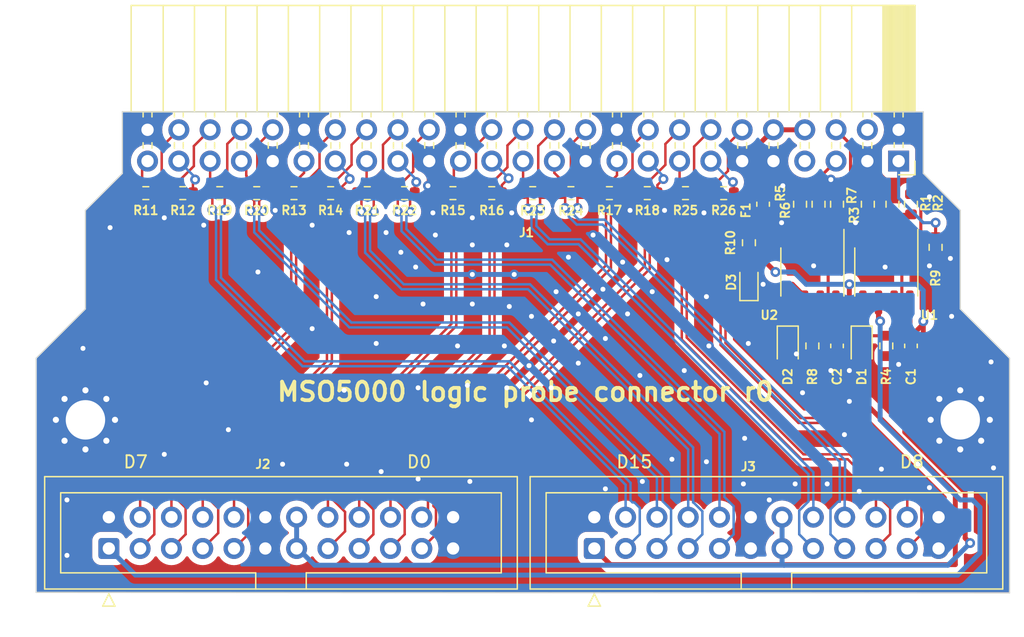
<source format=kicad_pcb>
(kicad_pcb (version 20221018) (generator pcbnew)
  (layers (0 "F.Cu" signal) (1 "In1.Cu" signal) (2 "In2.Cu" signal) (31 "B.Cu" signal) (34 "B.Paste" user) (35 "F.Paste" user) (36 "B.SilkS" user "B.Silkscreen") (37 "F.SilkS" user "F.Silkscreen") (38 "B.Mask" user) (39 "F.Mask" user) (44 "Edge.Cuts" user))
  (net 0 "")
  (net 1 "+4V")
  (net 2 "GND")
  (net 3 "Net-(D1-K)")
  (net 4 "Net-(D2-K)")
  (net 5 "Net-(D3-A)")
  (net 6 "Net-(J1-+4Vin)")
  (net 7 "Net-(J1-ProbeDet)")
  (net 9 "/Vref_8_15")
  (net 10 "/Vref_0_7")
  (net 12 "/D8_N")
  (net 13 "/D8_P")
  (net 14 "/D9_P")
  (net 15 "/D9_N")
  (net 16 "/D0_N")
  (net 17 "/D0_P")
  (net 18 "/D1_P")
  (net 19 "/D1_N")
  (net 20 "/D10_N")
  (net 21 "/D10_P")
  (net 22 "/D11_N")
  (net 23 "/D11_P")
  (net 24 "/D2_N")
  (net 25 "/D2_P")
  (net 26 "/D3_P")
  (net 27 "/D3_N")
  (net 28 "/D12_N")
  (net 29 "/D12_P")
  (net 30 "/D13_P")
  (net 31 "/D13_N")
  (net 32 "/D4_N")
  (net 33 "/D4_P")
  (net 34 "/D5_P")
  (net 35 "/D5_N")
  (net 36 "/D14_P")
  (net 37 "/D14_N")
  (net 38 "/D15_N")
  (net 39 "/D6_N")
  (net 40 "/D6_P")
  (net 41 "/D7_P")
  (net 42 "/D7_N")
  (net 43 "/Vref_0_7_out")
  (net 44 "/Vref_8_15_out")
  (net 45 "/D15_P")
  (net 46 "Net-(U1A--)")
  (net 47 "Net-(R2-Pad1)")
  (net 48 "Net-(U1A-+)")
  (net 49 "Net-(U2A-+)")
  (net 50 "Net-(U2A--)")
  (net 51 "Net-(R7-Pad1)")
  (footprint "Diode_SMD:D_SOD-323" (layer "F.Cu") (at 121 68 -90)
    (fp_text reference "D2")
    (fp_text value "3.3V 2%")
  )
  (footprint "Resistor_SMD:R_0603_1608Metric" (layer "F.Cu") (at 80.925 55.6)
    (fp_text reference "R13")
    (fp_text value "100R")
  )
  (footprint "LED_SMD:LED_0603_1608Metric" (layer "F.Cu") (at 117.85 62.8375 90)
    (fp_text reference "D3")
    (fp_text value "LED_GRN")
  )
  (footprint "Fuse:Fuse_0603_1608Metric" (layer "F.Cu") (at 119 56.5 -90)
    (fp_text reference "F1")
    (fp_text value "0.5A")
  )
  (footprint "Resistor_SMD:R_0603_1608Metric" (layer "F.Cu") (at 123 68 90)
    (fp_text reference "R8")
    (fp_text value "10K")
  )
  (footprint "Resistor_SMD:R_0603_1608Metric" (layer "F.Cu") (at 117.85 59.625 -90)
    (fp_text reference "R10")
    (fp_text value "1K")
  )
  (footprint "Resistor_SMD:R_0603_1608Metric" (layer "F.Cu") (at 123.5 56.5 90)
    (fp_text reference "R6")
    (fp_text value "1K")
  )
  (footprint "Resistor_SMD:R_0603_1608Metric" (layer "F.Cu") (at 83.9 55.6)
    (fp_text reference "R14")
    (fp_text value "100R")
  )
  (footprint "Capacitor_SMD:C_0603_1608Metric" (layer "F.Cu") (at 125 68 -90)
    (fp_text reference "C2")
    (fp_text value "0.1uF")
  )
  (footprint "Resistor_SMD:R_0603_1608Metric" (layer "F.Cu") (at 100.3 55.6 180)
    (fp_text reference "R23")
    (fp_text value "100R")
  )
  (footprint "Resistor_SMD:R_0603_1608Metric" (layer "F.Cu") (at 115.8 55.6)
    (fp_text reference "R26")
    (fp_text value "100R")
  )
  (footprint "Resistor_SMD:R_0603_1608Metric" (layer "F.Cu") (at 122 56.5 -90)
    (fp_text reference "R5")
    (fp_text value "10K")
  )
  (footprint "Resistor_SMD:R_0603_1608Metric" (layer "F.Cu") (at 96.975 55.6)
    (fp_text reference "R16")
    (fp_text value "100R")
  )
  (footprint "Connector_PinSocket_2.54mm:PinSocket_2x25_P2.54mm_Horizontal" (layer "F.Cu") (at 130 53 -90)
    (fp_text reference "J1")
    (fp_text value "MSO5000_LA")
  )
  (footprint "Resistor_SMD:R_0603_1608Metric" (layer "F.Cu") (at 77.9 55.6)
    (fp_text reference "R20")
    (fp_text value "100R")
  )
  (footprint "Resistor_SMD:R_0603_1608Metric" (layer "F.Cu") (at 68.9 55.6)
    (fp_text reference "R11")
    (fp_text value "100R")
  )
  (footprint "Resistor_SMD:R_0603_1608Metric" (layer "F.Cu") (at 109.6 55.6)
    (fp_text reference "R18")
    (fp_text value "100R")
  )
  (footprint "Resistor_SMD:R_0603_1608Metric" (layer "F.Cu") (at 129 68 90)
    (fp_text reference "R4")
    (fp_text value "10K")
  )
  (footprint "Resistor_SMD:R_0603_1608Metric" (layer "F.Cu") (at 112.7 55.6)
    (fp_text reference "R25")
    (fp_text value "100R")
  )
  (footprint "Resistor_SMD:R_0603_1608Metric" (layer "F.Cu") (at 129.5 56.5 90)
    (fp_text reference "R1")
    (fp_text value "1K")
  )
  (footprint "Resistor_SMD:R_0603_1608Metric" (layer "F.Cu") (at 71.9 55.6)
    (fp_text reference "R12")
    (fp_text value "100R")
  )
  (footprint "Resistor_SMD:R_0603_1608Metric" (layer "F.Cu") (at 106.525 55.6)
    (fp_text reference "R17")
    (fp_text value "100R")
  )
  (footprint "Resistor_SMD:R_0603_1608Metric" (layer "F.Cu") (at 74.9 55.6)
    (fp_text reference "R19")
    (fp_text value "100R")
  )
  (footprint "MountingHole:MountingHole_3.2mm_M3_Pad_Via" (layer "F.Cu") (at 64 74)
    (fp_text reference "H1" hide)
    (fp_text value "MountingHole_Pad")
  )
  (footprint "Resistor_SMD:R_0603_1608Metric" (layer "F.Cu") (at 125 56.5 -90)
    (fp_text reference "R7")
    (fp_text value "15K8")
  )
  (footprint "Resistor_SMD:R_0603_1608Metric" (layer "F.Cu") (at 93.825 55.6)
    (fp_text reference "R15")
    (fp_text value "100R")
  )
  (footprint "Resistor_SMD:R_0603_1608Metric" (layer "F.Cu") (at 86.875 55.6)
    (fp_text reference "R21")
    (fp_text value "100R")
  )
  (footprint "idc:IDC-Header_2x12_P2.54mm_Vertical" (layer "F.Cu") (at 105.3 84.44 90)
    (fp_text reference "J3")
    (fp_text value "IDC_HEADER_2x12")
  )
  (footprint "Package_SO:SOIC-8_3.9x4.9mm_P1.27mm" (layer "F.Cu") (at 129 62 -90)
    (fp_text reference "U1")
    (fp_text value "MCP6002-xMS")
  )
  (footprint "Resistor_SMD:R_0603_1608Metric" (layer "F.Cu") (at 133 60 90)
    (fp_text reference "R9")
    (fp_text value "10K")
  )
  (footprint "Diode_SMD:D_SOD-323" (layer "F.Cu") (at 127 68 -90)
    (fp_text reference "D1")
    (fp_text value "3.3V 2%")
  )
  (footprint "Package_SO:SOIC-8_3.9x4.9mm_P1.27mm" (layer "F.Cu") (at 123 62 -90)
    (fp_text reference "U2")
    (fp_text value "MCP6002-xMS")
  )
  (footprint "MountingHole:MountingHole_3.2mm_M3_Pad_Via" (layer "F.Cu") (at 135 74)
    (fp_text reference "H2" hide)
    (fp_text value "MountingHole_Pad" hide)
  )
  (footprint "Resistor_SMD:R_0603_1608Metric" (layer "F.Cu") (at 89.9 55.6)
    (fp_text reference "R22")
    (fp_text value "100R")
  )
  (footprint "Resistor_SMD:R_0603_1608Metric" (layer "F.Cu") (at 127.5 56.5 -90)
    (fp_text reference "R3")
    (fp_text value "10K")
  )
  (footprint "idc:IDC-Header_2x12_P2.54mm_Vertical" (layer "F.Cu") (at 65.9 84.44 90)
    (fp_text reference "J2")
    (fp_text value "IDC_HEADER_2x12")
  )
  (footprint "Resistor_SMD:R_0603_1608Metric" (layer "F.Cu") (at 103.4 55.6 180)
    (fp_text reference "R24")
    (fp_text value "100R")
  )
  (footprint "Capacitor_SMD:C_0603_1608Metric" (layer "F.Cu") (at 131 68 -90)
    (fp_text reference "C1")
    (fp_text value "0.1uF")
  )
  (footprint "Resistor_SMD:R_0603_1608Metric" (layer "F.Cu") (at 131 56.5 -90)
    (fp_text reference "R2")
    (fp_text value "15K8")
  )
  (gr_line (start 64 57) (end 64 65) (stroke (width 0.1)) (layer "Edge.Cuts"))
  (gr_line (start 135 57) (end 135 65) (stroke (width 0.1)) (layer "Edge.Cuts"))
  (gr_line (start 132 54) (end 135 57) (stroke (width 0.1)) (layer "Edge.Cuts"))
  (gr_line (start 139 88.05) (end 60 88) (stroke (width 0.1)) (layer "Edge.Cuts"))
  (gr_line (start 60 69) (end 60 88) (stroke (width 0.1)) (layer "Edge.Cuts"))
  (gr_line (start 64 65) (end 60 69) (stroke (width 0.1)) (layer "Edge.Cuts"))
  (gr_line (start 139 69) (end 135 65) (stroke (width 0.1)) (layer "Edge.Cuts"))
  (gr_line (start 67 54) (end 64 57) (stroke (width 0.1)) (layer "Edge.Cuts"))
  (gr_line (start 139 88.05) (end 139 69) (stroke (width 0.1)) (layer "Edge.Cuts"))
  (gr_line (start 67 49) (end 67 54) (stroke (width 0.1)) (layer "Edge.Cuts"))
  (gr_line (start 132 49) (end 132 54) (stroke (width 0.1)) (layer "Edge.Cuts"))
  (gr_line (start 132 49) (end 67 49) (stroke (width 0.1)) (layer "Edge.Cuts"))
  (gr_text "D7" (at 67 78) (layer "F.SilkS") (effects (font (size 1 1)) (justify left bottom)))
  (gr_text "MSO5000 logic probe connector r0" (at 79.4 72.6) (layer "F.SilkS") (effects (font (size 1.5 1.5) (thickness 0.3) bold) (justify left bottom)))
  (gr_text "D8" (at 130 78) (layer "F.SilkS") (effects (font (size 1 1)) (justify left bottom)))
  (gr_text "D15" (at 107 78) (layer "F.SilkS") (effects (font (size 1 1)) (justify left bottom)))
  (gr_text "D0" (at 90 78) (layer "F.SilkS") (effects (font (size 1 1)) (justify left bottom)))
  (segment (start 131 64.57) (end 130.905 64.475) (width 0.25) (layer "F.Cu") (net 1))
  (segment (start 126 66.225) (end 125 67.225) (width 0.4) (layer "F.Cu") (net 1))
  (segment (start 119 57.65) (end 117.85 58.8) (width 0.4) (layer "F.Cu") (net 1))
  (segment (start 135.4 83.6) (end 135.4 79.9) (width 0.4) (layer "F.Cu") (net 1))
  (segment (start 125 67.225) (end 125 64.57) (width 0.25) (layer "F.Cu") (net 1))
  (segment (start 132 70.5) (end 132 66) (width 0.4) (layer "F.Cu") (net 1))
  (segment (start 130.5 75) (end 130.5 72) (width 0.4) (layer "F.Cu") (net 1))
  (segment (start 125 64.57) (end 124.905 64.475) (width 0.25) (layer "F.Cu") (net 1))
  (segment (start 131 67.225) (end 131 64.57) (width 0.25) (layer "F.Cu") (net 1))
  (segment (start 132 66) (end 132 66.225) (width 0.4) (layer "F.Cu") (net 1))
  (segment (start 126 63) (end 126 66.225) (width 0.4) (layer "F.Cu") (net 1))
  (segment (start 119 57.2875) (end 119 57.65) (width 0.4) (layer "F.Cu") (net 1))
  (segment (start 130.5 72) (end 132 70.5) (width 0.4) (layer "F.Cu") (net 1))
  (segment (start 119 57.2875) (end 119 61) (width 0.4) (layer "F.Cu") (net 1))
  (segment (start 132 66.225) (end 131 67.225) (width 0.4) (layer "F.Cu") (net 1))
  (segment (start 135.4 79.9) (end 130.5 75) (width 0.4) (layer "F.Cu") (net 1))
  (segment (start 135.8 84) (end 135.4 83.6) (width 0.4) (layer "F.Cu") (net 1))
  (segment (start 119 61) (end 120 62) (width 0.4) (layer "F.Cu") (net 1))
  (via (at 126 63) (size 0.8) (drill 0.4) (layers "F.Cu" "B.Cu") (net 1))
  (via (at 120 62) (size 0.8) (drill 0.4) (layers "F.Cu" "B.Cu") (net 1))
  (via (at 135.8 84) (size 0.8) (drill 0.4) (layers "F.Cu" "B.Cu") (net 1))
  (via (at 132 66) (size 0.8) (drill 0.4) (layers "F.Cu" "B.Cu") (net 1))
  (segment (start 120.7 85.8) (end 82.6 85.8) (width 0.4) (layer "B.Cu") (net 1))
  (segment (start 126 63) (end 122.5 63) (width 0.4) (layer "B.Cu") (net 1))
  (segment (start 131.5 63) (end 132 63.5) (width 0.4) (layer "B.Cu") (net 1))
  (segment (start 122.5 63) (end 121.5 62) (width 0.4) (layer "B.Cu") (net 1))
  (segment (start 120.54 85.64) (end 120.7 85.8) (width 0.4) (layer "B.Cu") (net 1))
  (segment (start 81.14 84.34) (end 81.14 81.9) (width 0.4) (layer "B.Cu") (net 1))
  (segment (start 82.6 85.8) (end 81.14 84.34) (width 0.4) (layer "B.Cu") (net 1))
  (segment (start 132 63.5) (end 132 66) (width 0.4) (layer "B.Cu") (net 1))
  (segment (start 121.5 62) (end 120 62) (width 0.4) (layer "B.Cu") (net 1))
  (segment (start 120.54 81.9) (end 120.54 85.64) (width 0.4) (layer "B.Cu") (net 1))
  (segment (start 126 63) (end 131.5 63) (width 0.4) (layer "B.Cu") (net 1))
  (segment (start 135.8 84) (end 134 85.8) (width 0.4) (layer "B.Cu") (net 1))
  (segment (start 134 85.8) (end 120.7 85.8) (width 0.4) (layer "B.Cu") (net 1))
  (segment (start 125 68.775) (end 125 69.5) (width 0.25) (layer "F.Cu") (net 2))
  (segment (start 127.095 59.525) (end 127.095 58.595) (width 0.25) (layer "F.Cu") (net 2))
  (segment (start 133 60.825) (end 133 61) (width 0.25) (layer "F.Cu") (net 2))
  (segment (start 94.44 50.46) (end 91.9 53) (width 0.4) (layer "F.Cu") (net 2))
  (segment (start 121.7 68.65) (end 121.3 69.05) (width 0.25) (layer "F.Cu") (net 2))
  (segment (start 121.3 69.05) (end 121 69.05) (width 0.25) (layer "F.Cu") (net 2))
  (segment (start 91.9 53) (end 91.9 54.9) (width 0.4) (layer "F.Cu") (net 2))
  (segment (start 127 69.05) (end 126.95 69.05) (width 0.25) (layer "F.Cu") (net 2))
  (segment (start 118.375 63.625) (end 119 63) (width 0.25) (layer "F.Cu") (net 2))
  (segment (start 118 84.8) (end 118.26 84.54) (width 0.4) (layer "F.Cu") (net 2))
  (segment (start 123.5 55.5) (end 124.5 54.5) (width 0.25) (layer "F.Cu") (net 2))
  (segment (start 81.74 50.46) (end 79.2 53) (width 0.4) (layer "F.Cu") (net 2))
  (segment (start 91.9 54.9) (end 91.8 55) (width 0.4) (layer "F.Cu") (net 2))
  (segment (start 129.5 55.04) (end 127.46 53) (width 0.25) (layer "F.Cu") (net 2))
  (segment (start 126.95 69.05) (end 126 70) (width 0.25) (layer "F.Cu") (net 2))
  (segment (start 131 68.775) (end 130.725 68.775) (width 0.25) (layer "F.Cu") (net 2))
  (segment (start 107.14 50.46) (end 104.6 53) (width 0.4) (layer "F.Cu") (net 2))
  (segment (start 78.6 84.44) (end 78.6 81.9) (width 0.25) (layer "F.Cu") (net 2))
  (segment (start 133 61) (end 132.5 61.5) (width 0.25) (layer "F.Cu") (net 2))
  (segment (start 127.095 58.595) (end 126.5 58) (width 0.25) (layer "F.Cu") (net 2))
  (segment (start 123.5 55.675) (end 123.5 55.5) (width 0.25) (layer "F.Cu") (net 2))
  (segment (start 93.84 84.44) (end 93.84 81.9) (width 0.25) (layer "F.Cu") (net 2))
  (segment (start 117.85 63.625) (end 118.375 63.625) (width 0.25) (layer "F.Cu") (net 2))
  (segment (start 121.095 58.595) (end 120.5 58) (width 0.25) (layer "F.Cu") (net 2))
  (segment (start 125 69.5) (end 124.5 70) (width 0.25) (layer "F.Cu") (net 2))
  (segment (start 121.095 59.525) (end 121.095 58.595) (width 0.25) (layer "F.Cu") (net 2))
  (segment (start 129.5 55.675) (end 129.5 55.04) (width 0.25) (layer "F.Cu") (net 2))
  (segment (start 130.725 68.775) (end 130 69.5) (width 0.25) (layer "F.Cu") (net 2))
  (via (at 98.4 64.8) (size 0.8) (drill 0.4) (layers "F.Cu" "B.Cu") (net 2))
  (via (at 109.2 79) (size 0.8) (drill 0.4) (layers "F.Cu" "B.Cu") (net 2))
  (via (at 112.6 70) (size 0.8) (drill 0.4) (layers "F.Cu" "B.Cu") (net 2))
  (via (at 117.4 79.2) (size 0.8) (drill 0.4) (layers "F.Cu" "B.Cu") (net 2))
  (via (at 73.6 58.2) (size 0.8) (drill 0.4) (layers "F.Cu" "B.Cu") (net 2))
  (via (at 78 62) (size 0.8) (drill 0.4) (layers "F.Cu" "B.Cu") (net 2))
  (via (at 88.4 58.8) (size 0.8) (drill 0.4) (layers "F.Cu" "B.Cu") (net 2))
  (via (at 137.5 69.3) (size 0.8) (drill 0.4) (layers "F.Cu" "B.Cu") (net 2))
  (via (at 121.7 68.65) (size 0.8) (drill 0.4) (layers "F.Cu" "B.Cu") (net 2))
  (via (at 106.2 79.6) (size 0.8) (drill 0.4) (layers "F.Cu" "B.Cu") (net 2))
  (via (at 117.8 67.8) (size 0.8) (drill 0.4) (layers "F.Cu" "B.Cu") (net 2))
  (via (at 121.6 79.2) (size 0.8) (drill 0.4) (layers "F.Cu" "B.Cu") (net 2))
  (via (at 124.2 79.2) (size 0.8) (drill 0.4) (layers "F.Cu" "B.Cu") (net 2))
  (via (at 92.2 57.2) (size 0.8) (drill 0.4) (layers "F.Cu" "B.Cu") (net 2))
  (via (at 120.5 58) (size 0.8) (drill 0.4) (layers "F.Cu" "B.Cu") (net 2))
  (via (at 95.4 64.6) (size 0.8) (drill 0.4) (layers "F.Cu" "B.Cu") (net 2))
  (via (at 108 65.4) (size 0.8) (drill 0.4) (layers "F.Cu" "B.Cu") (net 2))
  (via (at 130 69.5) (size 0.8) (drill 0.4) (layers "F.Cu" "B.Cu") (net 2))
  (via (at 114.2 57.2) (size 0.8) (drill 0.4) (layers "F.Cu" "B.Cu") (net 2))
  (via (at 88 78.2) (size 0.8) (drill 0.4) (layers "F.Cu" "B.Cu") (net 2))
  (via (at 117.5 75.5) (size 0.8) (drill 0.4) (layers "F.Cu" "B.Cu") (net 2))
  (via (at 120.6 55) (size 0.8) (drill 0.4) (layers "F.Cu" "B.Cu") (net 2))
  (via (at 98 68) (size 0.8) (drill 0.4) (layers "F.Cu" "B.Cu") (net 2))
  (via (at 90.8 61.6) (size 0.8) (drill 0.4) (layers "F.Cu" "B.Cu") (net 2))
  (via (at 126.8 79.8) (size 0.8) (drill 0.4) (layers "F.Cu" "B.Cu") (net 2))
  (via (at 85.2 77.6) (size 0.8) (drill 0.4) (layers "F.Cu" "B.Cu") (net 2))
  (via (at 100 69.6) (size 0.8) (drill 0.4) (layers "F.Cu" "B.Cu") (net 2))
  (via (at 79.4 57) (size 0.8) (drill 0.4) (layers "F.Cu" "B.Cu") (net 2))
  (via (at 105.2 59) (size 0.8) (drill 0.4) (layers "F.Cu" "B.Cu") (net 2))
  (via (at 91 78.8) (size 0.8) (drill 0.4) (layers "F.Cu" "B.Cu") (net 2))
  (via (at 111 57) (size 0.8) (drill 0.4) (layers "F.Cu" "B.Cu") (net 2))
  (via (at 89.6 60.4) (size 0.8) (drill 0.4) (layers "F.Cu" "B.Cu") (net 2))
  (via (at 124.5 70) (size 0.8) (drill 0.4) (layers "F.Cu" "B.Cu") (net 2))
  (via (at 98.2 59.8) (size 0.8) (drill 0.4) (layers "F.Cu" "B.Cu") (net 2))
  (via (at 108.2 57) (size 0.8) (drill 0.4) (layers "F.Cu" "B.Cu") (net 2))
  (via (at 126 72.5) (size 0.8) (drill 0.4) (layers "F.Cu" "B.Cu") (net 2))
  (via (at 137.7 77.9) (size 0.8) (drill 0.4) (layers "F.Cu" "B.Cu") (net 2))
  (via (at 82.4 58.2) (size 0.8) (drill 0.4) (layers "F.Cu" "B.Cu") (net 2))
  (via (at 100.2 65.6) (size 0.8) (drill 0.4) (layers "F.Cu" "B.Cu") (net 2))
  (via (at 102 67.6) (size 0.8) (drill 0.4) (layers "F.Cu" "B.Cu") (net 2))
  (via (at 134.2 60.9) (size 0.8) (drill 0.4) (layers "F.Cu" "B.Cu") (net 2))
  (via (at 126 70) (size 0.8) (drill 0.4) (layers "F.Cu" "B.Cu") (net 2))
  (via (at 101.8 71.4) (size 0.8) (drill 0.4) (layers "F.Cu" "B.Cu") (net 2))
  (via (at 132.5 79.5) (size 0.8) (drill 0.4) (layers "F.Cu" "B.Cu") (net 2))
  (via (at 85.4 58.8) (size 0.8) (drill 0.4) (layers "F.Cu" "B.Cu") (net 2))
  (via (at 85 71.6) (size 0.8) (drill 0.4) (layers "F.Cu" "B.Cu") (net 2))
  (via (at 103.2 60.8) (size 0.8) (drill 0.4) (layers "F.Cu" "B.Cu") (net 2))
  (via (at 123.1 61.5) (size 0.8) (drill 0.4) (layers "F.Cu" "B.Cu") (net 2))
  (via (at 98.2 71.4) (size 0.8) (drill 0.4) (layers "F.Cu" "B.Cu") (net 2))
  (via (at 87.6 67.8) (size 0.8) (drill 0.4) (layers "F.Cu" "B.Cu") (net 2))
  (via (at 104 65.4) (size 0.8) (drill 0.4) (layers "F.Cu" "B.Cu") (net 2))
  (via (at 98.8 62.2) (size 0.8) (drill 0.4) (layers "F.Cu" "B.Cu") (net 2))
  (via (at 92.4 59) (size 0.8) (drill 0.4) (layers "F.Cu" "B.Cu") (net 2))
  (via (at 80 77.6) (size 0.8) (drill 0.4) (layers "F.Cu" "B.Cu") (net 2))
  (via (at 66 58.4) (size 0.8) (drill 0.4) (layers "F.Cu" "B.Cu") (net 2))
  (via (at 100.2 74) (size 0.8) (drill 0.4) (layers "F.Cu" "B.Cu") (net 2))
  (via (at 91.8 55) (size 0.8) (drill 0.4) (layers "F.Cu" "B.Cu") (net 2))
  (via (at 63.8 68.2) (size 0.8) (drill 0.4) (layers "F.Cu" "B.Cu") (net 2))
  (via (at 114.4 64) (size 0.8) (drill 0.4) (layers "F.Cu" "B.Cu") (net 2))
  (via (at 106 63.4) (size 0.8) (drill 0.4) (layers "F.Cu" "B.Cu") (net 2))
  (via (at 102.2 63.6) (size 0.8) (drill 0.4) (layers "F.Cu" "B.Cu") (net 2))
  (via (at 82.4 66.6) (size 0.8) (drill 0.4) (layers "F.Cu" "B.Cu") (net 2))
  (via (at 73.8 71) (size 0.8) (drill 0.4) (layers "F.Cu" "B.Cu") (net 2))
  (via (at 128.6 78) (size 0.8) (drill 0.4) (layers "F.Cu" "B.Cu") (net 2))
  (via (at 95.2 79) (size 0.8) (drill 0.4) (layers "F.Cu" "B.Cu") (net 2))
  (via (at 111.2 61) (size 0.8) (drill 0.4) (layers "F.Cu" "B.Cu") (net 2))
  (via (at 104 69.4) (size 0.8) (drill 0.4) (layers "F.Cu" "B.Cu") (net 2))
  (via (at 91 71.4) (size 0.8) (drill 0.4) (layers "F.Cu" "B.Cu") (net 2))
  (via (at 132.5 61.5) (size 0.8) (drill 0.4) (layers "F.Cu" "B.Cu") (net 2))
  (via (at 91.4 64.6) (size 0.8) (drill 0.4) (layers "F.Cu" "B.Cu") (net 2))
  (via (at 126.5 58) (size 0.8) (drill 0.4) (layers "F.Cu" "B.Cu") (net 2))
  (via (at 110 63.6) (size 0.8) (drill 0.4) (layers "F.Cu" "B.Cu") (net 2))
  (via (at 107.6 61.2) (size 0.8) (drill 0.4) (layers "F.Cu" "B.Cu") (net 2))
  (via (at 119 63) (size 0.8) (drill 0.4) (layers "F.Cu" "B.Cu") (net 2))
  (via (at 132.5 55.9) (size 0.8) (drill 0.4) (layers "F.Cu" "B.Cu") (net 2))
  (via (at 134.3 65.6) (size 0.8) (drill 0.4) (layers "F.Cu" "B.Cu") (net 2))
  (via (at 114.4 77.4) (size 0.8) (drill 0.4) (layers "F.Cu" "B.Cu") (net 2))
  (via (at 124.5 54.5) (size 0.8) (drill 0.4) (layers "F.Cu" "B.Cu") (net 2))
  (via (at 109 70.4) (size 0.8) (drill 0.4) (layers "F.Cu" "B.Cu") (net 2))
  (via (at 98.6 57.2) (size 0.8) (drill 0.4) (layers "F.Cu" "B.Cu") (net 2))
  (via (at 94.2 68) (size 0.8) (drill 0.4) (layers "F.Cu" "B.Cu") (net 2))
  (via (at 62.5 85) (size 0.8) (drill 0.4) (layers "F.Cu" "B.Cu") (net 2))
  (via (at 70.4 57.6) (size 0.8) (drill 0.4) (layers "F.Cu" "B.Cu") (net 2))
  (via (at 114.6 68) (size 0.8) (drill 0.4) (layers "F.Cu" "B.Cu") (net 2))
  (via (at 70.4 76.8) (size 0.8) (drill 0.4) (layers "F.Cu" "B.Cu") (net 2))
  (via (at 111.6 77.2) (size 0.8) (drill 0.4) (layers "F.Cu" "B.Cu") (net 2))
  (via (at 125.6 75.2) (size 0.8) (drill 0.4) (layers "F.Cu" "B.Cu") (net 2))
  (via (at 128.9 61.6) (size 0.8) (drill 0.4) (layers "F.Cu" "B.Cu") (net 2))
  (via (at 95.4 57.6) (size 0.8) (drill 0.4) (layers "F.Cu" "B.Cu") (net 2))
  (via (at 119.5 80.5) (size 0.8) (drill 0.4) (layers "F.Cu" "B.Cu") (net 2))
  (via (at 95.4 62.2) (size 0.8) (drill 0.4) (layers "F.Cu" "B.Cu") (net 2))
  (via (at 87.6 64) (size 0.8) (drill 0.4) (layers "F.Cu" "B.Cu") (net 2))
  (via (at 75.6 74.8) (size 0.8) (drill 0.4) (layers "F.Cu" "B.Cu") (net 2))
  (via (at 95 71.2) (size 0.8) (drill 0.4) (layers "F.Cu" "B.Cu") (net 2))
  (via (at 62.5 80.5) (size 0.8) (drill 0.4) (layers "F.Cu" "B.Cu") (net 2))
  (via (at 122.2 71.8) (size 0.8) (drill 0.4) (layers "F.Cu" "B.Cu") (net 2))
  (via (at 106.2 67.4) (size 0.8) (drill 0.4) (layers "F.Cu" "B.Cu") (net 2))
  (via (at 95.4 59.8) (size 0.8) (drill 0.4) (layers "F.Cu" "B.Cu") (net 2))
  (segment (start 79.2 56.8) (end 79.4 57) (width 0.4) (layer "B.Cu") (net 2))
  (segment (start 79.2 53) (end 79.2 56.8) (width 0.4) (layer "B.Cu") (net 2))
  (segment (start 127.095 66.855) (end 127 66.95) (width 0.25) (layer "F.Cu") (net 3))
  (segment (start 127.095 64.475) (end 127.095 66.855) (width 0.25) (layer "F.Cu") (net 3))
  (segment (start 127.225 67.175) (end 127 66.95) (width 0.25) (layer "F.Cu") (net 3))
  (segment (start 129 67.175) (end 127.225 67.175) (width 0.25) (layer "F.Cu") (net 3))
  (segment (start 121.095 66.855) (end 121 66.95) (width 0.25) (layer "F.Cu") (net 4))
  (segment (start 123 67.175) (end 121.225 67.175) (width 0.25) (layer "F.Cu") (net 4))
  (segment (start 121.095 64.475) (end 121.095 66.855) (width 0.25) (layer "F.Cu") (net 4))
  (segment (start 121.225 67.175) (end 121 66.95) (width 0.25) (layer "F.Cu") (net 4))
  (segment (start 117.85 60.45) (end 117.85 62.05) (width 0.25) (layer "F.Cu") (net 5))
  (segment (start 122.38 50.46) (end 119.84 50.46) (width 0.4) (layer "F.Cu") (net 6))
  (segment (start 118.59 51.71) (end 118.59 55.3025) (width 0.4) (layer "F.Cu") (net 6))
  (segment (start 118.59 55.3025) (end 119 55.7125) (width 0.4) (layer "F.Cu") (net 6))
  (segment (start 119.84 50.46) (end 118.59 51.71) (width 0.4) (layer "F.Cu") (net 6))
  (segment (start 133 58) (end 133 59.175) (width 0.25) (layer "F.Cu") (net 7))
  (via (at 133 58) (size 0.8) (drill 0.4) (layers "F.Cu" "B.Cu") (net 7))
  (segment (start 130 53) (end 130 56) (width 0.25) (layer "B.Cu") (net 7))
  (segment (start 130 56) (end 132 58) (width 0.25) (layer "B.Cu") (net 7))
  (segment (start 132 58) (end 133 58) (width 0.25) (layer "B.Cu") (net 7))
  (segment (start 122 55.675) (end 122.245 55.675) (width 0.25) (layer "F.Cu") (net 9))
  (segment (start 122.245 55.675) (end 124.92 53) (width 0.25) (layer "F.Cu") (net 9))
  (segment (start 126.095 54.27) (end 126.095 51.635) (width 0.25) (layer "F.Cu") (net 10))
  (segment (start 126.095 51.635) (end 124.92 50.46) (width 0.25) (layer "F.Cu") (net 10))
  (segment (start 127.5 55.675) (end 126.095 54.27) (width 0.25) (layer "F.Cu") (net 10))
  (segment (start 129.8 79.55) (end 129.8 78.182844) (width 0.2) (layer "F.Cu") (net 12))
  (segment (start 121.867156 74.25) (end 115.55 67.932844) (width 0.2) (layer "F.Cu") (net 12))
  (segment (start 115.55 67.932844) (end 115.55 56.175) (width 0.2) (layer "F.Cu") (net 12))
  (segment (start 114.975 54.975) (end 116.15 53.8) (width 0.2) (layer "F.Cu") (net 12))
  (segment (start 125.867156 74.25) (end 121.867156 74.25) (width 0.2) (layer "F.Cu") (net 12))
  (segment (start 130.7 80.45) (end 129.8 79.55) (width 0.2) (layer "F.Cu") (net 12))
  (segment (start 114.975 55.6) (end 114.975 54.975) (width 0.2) (layer "F.Cu") (net 12))
  (segment (start 130.7 81.9) (end 130.7 80.45) (width 0.2) (layer "F.Cu") (net 12))
  (segment (start 116.15 51.61) (end 117.3 50.46) (width 0.2) (layer "F.Cu") (net 12))
  (segment (start 115.55 56.175) (end 114.975 55.6) (width 0.2) (layer "F.Cu") (net 12))
  (segment (start 129.8 78.182844) (end 125.867156 74.25) (width 0.2) (layer "F.Cu") (net 12))
  (segment (start 116.15 53.8) (end 116.15 51.61) (width 0.2) (layer "F.Cu") (net 12))
  (segment (start 130.7 84.44) (end 131.85 83.29) (width 0.2) (layer "F.Cu") (net 13))
  (segment (start 130.2 78.017156) (end 126.032844 73.85) (width 0.2) (layer "F.Cu") (net 13))
  (segment (start 116.625 54.775) (end 116.55 54.7) (width 0.2) (layer "F.Cu") (net 13))
  (segment (start 115.95 56.275) (end 116.625 55.6) (width 0.2) (layer "F.Cu") (net 13))
  (segment (start 122.032844 73.85) (end 115.95 67.767156) (width 0.2) (layer "F.Cu") (net 13))
  (segment (start 126.032844 73.85) (end 122.032844 73.85) (width 0.2) (layer "F.Cu") (net 13))
  (segment (start 131.85 83.29) (end 131.85 81) (width 0.2) (layer "F.Cu") (net 13))
  (segment (start 116.625 55.6) (end 116.625 54.775) (width 0.2) (layer "F.Cu") (net 13))
  (segment (start 115.95 67.767156) (end 115.95 56.275) (width 0.2) (layer "F.Cu") (net 13))
  (segment (start 130.2 79.35) (end 130.2 78.017156) (width 0.2) (layer "F.Cu") (net 13))
  (segment (start 131.85 81) (end 130.2 79.35) (width 0.2) (layer "F.Cu") (net 13))
  (via (at 116.55 54.7) (size 0.8) (drill 0.4) (layers "F.Cu" "B.Cu") (net 13))
  (segment (start 116.55 54.7) (end 116.46 54.7) (width 0.2) (layer "B.Cu") (net 13))
  (segment (start 116.46 54.7) (end 114.76 53) (width 0.2) (layer "B.Cu") (net 13))
  (segment (start 126.032844 76.8) (end 122.282844 76.8) (width 0.2) (layer "F.Cu") (net 14))
  (segment (start 113.4 55.475) (end 113.4 51.82) (width 0.2) (layer "F.Cu") (net 14))
  (segment (start 128.16 84.44) (end 129.31 83.29) (width 0.2) (layer "F.Cu") (net 14))
  (segment (start 129.31 83.29) (end 129.31 81.16) (width 0.2) (layer "F.Cu") (net 14))
  (segment (start 112.8 67.317156) (end 112.8 56.4) (width 0.2) (layer "F.Cu") (net 14))
  (segment (start 112.8 56.4) (end 113.525 55.675) (width 0.2) (layer "F.Cu") (net 14))
  (segment (start 122.282844 76.8) (end 112.8 67.317156) (width 0.2) (layer "F.Cu") (net 14))
  (segment (start 113.525 55.6) (end 113.4 55.475) (width 0.2) (layer "F.Cu") (net 14))
  (segment (start 128.56 79.327156) (end 126.032844 76.8) (width 0.2) (layer "F.Cu") (net 14))
  (segment (start 113.4 51.82) (end 114.76 50.46) (width 0.2) (layer "F.Cu") (net 14))
  (segment (start 128.56 80.41) (end 128.56 79.327156) (width 0.2) (layer "F.Cu") (net 14))
  (segment (start 129.31 81.16) (end 128.56 80.41) (width 0.2) (layer "F.Cu") (net 14))
  (segment (start 113.525 55.675) (end 113.525 55.6) (width 0.2) (layer "F.Cu") (net 14))
  (segment (start 122.117156 77.2) (end 112.4 67.482844) (width 0.2) (layer "F.Cu") (net 15))
  (segment (start 128.16 79.56) (end 128.15 79.55) (width 0.2) (layer "F.Cu") (net 15))
  (segment (start 128.15 79.55) (end 128.15 79.482844) (width 0.2) (layer "F.Cu") (net 15))
  (segment (start 112.4 67.482844) (end 112.4 56.4) (width 0.2) (layer "F.Cu") (net 15))
  (segment (start 128.16 81.9) (end 128.16 79.56) (width 0.2) (layer "F.Cu") (net 15))
  (segment (start 125.867156 77.2) (end 122.117156 77.2) (width 0.2) (layer "F.Cu") (net 15))
  (segment (start 128.15 79.482844) (end 125.867156 77.2) (width 0.2) (layer "F.Cu") (net 15))
  (segment (start 112.4 56.4) (end 111.875 55.875) (width 0.2) (layer "F.Cu") (net 15))
  (segment (start 111.875 55.875) (end 111.875 55.6) (width 0.2) (layer "F.Cu") (net 15))
  (segment (start 111.875 55.6) (end 112.22 55.255) (width 0.2) (layer "F.Cu") (net 15))
  (segment (start 112.22 55.255) (end 112.22 53) (width 0.2) (layer "F.Cu") (net 15))
  (segment (start 109.4 61.5) (end 109.4 56.225) (width 0.2) (layer "F.Cu") (net 16))
  (segment (start 91.3 81.9) (end 91.8 81.4) (width 0.2) (layer "F.Cu") (net 16))
  (segment (start 91.8 81.4) (end 91.8 79.1) (width 0.2) (layer "F.Cu") (net 16))
  (segment (start 91.8 79.1) (end 109.4 61.5) (width 0.2) (layer "F.Cu") (net 16))
  (segment (start 108.775 55.6) (end 111.07 53.305) (width 0.2) (layer "F.Cu") (net 16))
  (segment (start 111.07 53.305) (end 111.07 51.61) (width 0.2) (layer "F.Cu") (net 16))
  (segment (start 109.4 56.225) (end 108.775 55.6) (width 0.2) (layer "F.Cu") (net 16))
  (segment (start 111.07 51.61) (end 112.22 50.46) (width 0.2) (layer "F.Cu") (net 16))
  (segment (start 91.3 84.44) (end 92.45 83.29) (width 0.2) (layer "F.Cu") (net 17))
  (segment (start 92.45 83.29) (end 92.45 81.2) (width 0.2) (layer "F.Cu") (net 17))
  (segment (start 92.45 81.2) (end 92.25 81) (width 0.2) (layer "F.Cu") (net 17))
  (segment (start 109.8 61.75) (end 109.8 56.225) (width 0.2) (layer "F.Cu") (net 17))
  (segment (start 109.8 56.225) (end 110.425 55.6) (width 0.2) (layer "F.Cu") (net 17))
  (segment (start 92.25 79.3) (end 109.8 61.75) (width 0.2) (layer "F.Cu") (net 17))
  (segment (start 110.425 54.939244) (end 110.907122 54.457122) (width 0.2) (layer "F.Cu") (net 17))
  (segment (start 110.425 55.6) (end 110.425 54.939244) (width 0.2) (layer "F.Cu") (net 17))
  (segment (start 92.25 81) (end 92.25 79.3) (width 0.2) (layer "F.Cu") (net 17))
  (via (at 110.907122 54.457122) (size 0.8) (drill 0.4) (layers "F.Cu" "B.Cu") (net 17))
  (segment (start 110.907122 54.227122) (end 109.68 53) (width 0.2) (layer "B.Cu") (net 17))
  (segment (start 110.907122 54.457122) (end 110.907122 54.227122) (width 0.2) (layer "B.Cu") (net 17))
  (segment (start 107.35 54.7) (end 108.4 53.65) (width 0.2) (layer "F.Cu") (net 18))
  (segment (start 89.35 80.6) (end 89.35 79) (width 0.2) (layer "F.Cu") (net 18))
  (segment (start 89.91 83.29) (end 89.91 81.16) (width 0.2) (layer "F.Cu") (net 18))
  (segment (start 106.680945 56.269055) (end 107.35 55.6) (width 0.2) (layer "F.Cu") (net 18))
  (segment (start 106.65 61.7) (end 106.65 56.269055) (width 0.2) (layer "F.Cu") (net 18))
  (segment (start 107.35 55.6) (end 107.35 54.7) (width 0.2) (layer "F.Cu") (net 18))
  (segment (start 108.4 51.74) (end 109.68 50.46) (width 0.2) (layer "F.Cu") (net 18))
  (segment (start 89.91 81.16) (end 89.35 80.6) (width 0.2) (layer "F.Cu") (net 18))
  (segment (start 89.35 79) (end 106.65 61.7) (width 0.2) (layer "F.Cu") (net 18))
  (segment (start 88.76 84.44) (end 89.91 83.29) (width 0.2) (layer "F.Cu") (net 18))
  (segment (start 108.4 53.65) (end 108.4 51.74) (width 0.2) (layer "F.Cu") (net 18))
  (segment (start 106.65 56.269055) (end 106.680945 56.269055) (width 0.2) (layer "F.Cu") (net 18))
  (segment (start 106.25 61.46) (end 106.25 56.15) (width 0.2) (layer "F.Cu") (net 19))
  (segment (start 88.76 81.9) (end 88.76 78.95) (width 0.2) (layer "F.Cu") (net 19))
  (segment (start 106.25 56.15) (end 105.7 55.6) (width 0.2) (layer "F.Cu") (net 19))
  (segment (start 88.76 78.95) (end 106.25 61.46) (width 0.2) (layer "F.Cu") (net 19))
  (segment (start 107.14 54.16) (end 107.14 53) (width 0.2) (layer "F.Cu") (net 19))
  (segment (start 105.7 55.6) (end 107.14 54.16) (width 0.2) (layer "F.Cu") (net 19))
  (segment (start 103.4 54.55) (end 103.4 51.66) (width 0.2) (layer "F.Cu") (net 20))
  (segment (start 103.934437 55.890563) (end 104.225 55.6) (width 0.2) (layer "F.Cu") (net 20))
  (segment (start 104.225 55.375) (end 103.4 54.55) (width 0.2) (layer "F.Cu") (net 20))
  (segment (start 103.4 51.66) (end 104.6 50.46) (width 0.2) (layer "F.Cu") (net 20))
  (segment (start 104.225 55.6) (end 104.225 55.375) (width 0.2) (layer "F.Cu") (net 20))
  (segment (start 103.934437 56.803028) (end 103.934437 55.890563) (width 0.2) (layer "F.Cu") (net 20))
  (via (at 103.934437 56.803028) (size 0.8) (drill 0.4) (layers "F.Cu" "B.Cu") (net 20))
  (segment (start 104.032844 57.75) (end 103.634437 57.351593) (width 0.2) (layer "B.Cu") (net 20))
  (segment (start 125.65 77.267156) (end 106.132844 57.75) (width 0.2) (layer "B.Cu") (net 20))
  (segment (start 103.634437 57.103028) (end 103.934437 56.803028) (width 0.2) (layer "B.Cu") (net 20))
  (segment (start 125.65 78.6) (end 125.65 77.267156) (width 0.2) (layer "B.Cu") (net 20))
  (segment (start 106.132844 57.75) (end 104.032844 57.75) (width 0.2) (layer "B.Cu") (net 20))
  (segment (start 103.634437 57.351593) (end 103.634437 57.103028) (width 0.2) (layer "B.Cu") (net 20))
  (segment (start 125.62 81.9) (end 125.62 78.63) (width 0.2) (layer "B.Cu") (net 20))
  (segment (start 125.62 78.63) (end 125.65 78.6) (width 0.2) (layer "B.Cu") (net 20))
  (segment (start 102.934437 56.803028) (end 102.934437 55.959437) (width 0.2) (layer "F.Cu") (net 21))
  (segment (start 102.934437 55.959437) (end 102.575 55.6) (width 0.2) (layer "F.Cu") (net 21))
  (segment (start 102.575 54.475) (end 102.06 53.96) (width 0.2) (layer "F.Cu") (net 21))
  (segment (start 102.575 55.6) (end 102.575 54.475) (width 0.2) (layer "F.Cu") (net 21))
  (segment (start 102.06 53.96) (end 102.06 53) (width 0.2) (layer "F.Cu") (net 21))
  (via (at 102.934437 56.803028) (size 0.8) (drill 0.4) (layers "F.Cu" "B.Cu") (net 21))
  (segment (start 124.47 81.25) (end 125.07 80.65) (width 0.2) (layer "B.Cu") (net 21))
  (segment (start 124.47 83.29) (end 124.47 81.25) (width 0.2) (layer "B.Cu") (net 21))
  (segment (start 125.07 80.65) (end 125.22 80.65) (width 0.2) (layer "B.Cu") (net 21))
  (segment (start 103.234437 57.517281) (end 103.234437 57.103028) (width 0.2) (layer "B.Cu") (net 21))
  (segment (start 125.62 84.44) (end 124.47 83.29) (width 0.2) (layer "B.Cu") (net 21))
  (segment (start 125.22 80.65) (end 125.22 77.402844) (width 0.2) (layer "B.Cu") (net 21))
  (segment (start 103.234437 57.103028) (end 102.934437 56.803028) (width 0.2) (layer "B.Cu") (net 21))
  (segment (start 103.867156 58.15) (end 103.234437 57.517281) (width 0.2) (layer "B.Cu") (net 21))
  (segment (start 125.22 77.402844) (end 105.967156 58.15) (width 0.2) (layer "B.Cu") (net 21))
  (segment (start 105.967156 58.15) (end 103.867156 58.15) (width 0.2) (layer "B.Cu") (net 21))
  (segment (start 101.1 55.6) (end 100.75 55.25) (width 0.2) (layer "F.Cu") (net 22))
  (segment (start 100.75 51.77) (end 102.06 50.46) (width 0.2) (layer "F.Cu") (net 22))
  (segment (start 100.75 55.25) (end 100.75 51.77) (width 0.2) (layer "F.Cu") (net 22))
  (segment (start 101.125 55.6) (end 101.1 55.6) (width 0.2) (layer "F.Cu") (net 22))
  (segment (start 100.9 55.825) (end 101.125 55.6) (width 0.2) (layer "F.Cu") (net 22))
  (segment (start 100.9 56.85) (end 100.9 55.825) (width 0.2) (layer "F.Cu") (net 22))
  (via (at 100.9 56.85) (size 0.8) (drill 0.4) (layers "F.Cu" "B.Cu") (net 22))
  (segment (start 104.182844 59.35) (end 101.682844 59.35) (width 0.2) (layer "B.Cu") (net 22))
  (segment (start 100.6 58.267156) (end 100.6 57.15) (width 0.2) (layer "B.Cu") (net 22))
  (segment (start 100.6 57.15) (end 100.9 56.85) (width 0.2) (layer "B.Cu") (net 22))
  (segment (start 123.08 78.247156) (end 104.182844 59.35) (width 0.2) (layer "B.Cu") (net 22))
  (segment (start 101.682844 59.35) (end 100.6 58.267156) (width 0.2) (layer "B.Cu") (net 22))
  (segment (start 123.08 81.9) (end 123.08 78.247156) (width 0.2) (layer "B.Cu") (net 22))
  (segment (start 99.475 55.6) (end 99.52 55.555) (width 0.2) (layer "F.Cu") (net 23))
  (segment (start 99.9 56.85) (end 99.9 56.025) (width 0.2) (layer "F.Cu") (net 23))
  (segment (start 99.9 56.025) (end 99.475 55.6) (width 0.2) (layer "F.Cu") (net 23))
  (segment (start 99.52 55.555) (end 99.52 53) (width 0.2) (layer "F.Cu") (net 23))
  (via (at 99.9 56.85) (size 0.8) (drill 0.4) (layers "F.Cu" "B.Cu") (net 23))
  (segment (start 100.2 58.432844) (end 100.2 57.15) (width 0.2) (layer "B.Cu") (net 23))
  (segment (start 101.517156 59.75) (end 100.2 58.432844) (width 0.2) (layer "B.Cu") (net 23))
  (segment (start 123.08 84.44) (end 121.93 83.29) (width 0.2) (layer "B.Cu") (net 23))
  (segment (start 104.017156 59.75) (end 101.517156 59.75) (width 0.2) (layer "B.Cu") (net 23))
  (segment (start 100.2 57.15) (end 99.9 56.85) (width 0.2) (layer "B.Cu") (net 23))
  (segment (start 121.93 83.29) (end 121.93 81.37) (width 0.2) (layer "B.Cu") (net 23))
  (segment (start 122.68 80.62) (end 122.68 78.412844) (width 0.2) (layer "B.Cu") (net 23))
  (segment (start 122.68 78.412844) (end 104.017156 59.75) (width 0.2) (layer "B.Cu") (net 23))
  (segment (start 121.93 81.37) (end 122.68 80.62) (width 0.2) (layer "B.Cu") (net 23))
  (segment (start 86.22 77.997156) (end 96.8 67.417156) (width 0.2) (layer "F.Cu") (net 24))
  (segment (start 96.8 56.25) (end 96.15 55.6) (width 0.2) (layer "F.Cu") (net 24))
  (segment (start 86.22 81.9) (end 86.22 77.997156) (width 0.2) (layer "F.Cu") (net 24))
  (segment (start 96.8 67.417156) (end 96.8 56.25) (width 0.2) (layer "F.Cu") (net 24))
  (segment (start 98.25 53.5) (end 98.25 51.73) (width 0.2) (layer "F.Cu") (net 24))
  (segment (start 98.25 51.73) (end 99.52 50.46) (width 0.2) (layer "F.Cu") (net 24))
  (segment (start 96.15 55.6) (end 98.25 53.5) (width 0.2) (layer "F.Cu") (net 24))
  (segment (start 86.22 84.44) (end 87.37 83.29) (width 0.2) (layer "F.Cu") (net 25))
  (segment (start 87.37 81.27) (end 86.7 80.6) (width 0.2) (layer "F.Cu") (net 25))
  (segment (start 97.2 56.2) (end 97.8 55.6) (width 0.2) (layer "F.Cu") (net 25))
  (segment (start 87.37 83.29) (end 87.37 81.27) (width 0.2) (layer "F.Cu") (net 25))
  (segment (start 86.7 80.6) (end 86.7 78.082844) (width 0.2) (layer "F.Cu") (net 25))
  (segment (start 97.2 67.582844) (end 97.2 56.2) (width 0.2) (layer "F.Cu") (net 25))
  (segment (start 86.7 78.082844) (end 97.2 67.582844) (width 0.2) (layer "F.Cu") (net 25))
  (segment (start 97.8 54.939244) (end 98.344622 54.394622) (width 0.2) (layer "F.Cu") (net 25))
  (segment (start 97.8 55.6) (end 97.8 54.939244) (width 0.2) (layer "F.Cu") (net 25))
  (via (at 98.344622 54.394622) (size 0.8) (drill 0.4) (layers "F.Cu" "B.Cu") (net 25))
  (segment (start 98.344622 54.394622) (end 98.344622 54.364622) (width 0.2) (layer "B.Cu") (net 25))
  (segment (start 98.344622 54.364622) (end 96.98 53) (width 0.2) (layer "B.Cu") (net 25))
  (segment (start 95.7 51.74) (end 96.98 50.46) (width 0.2) (layer "F.Cu") (net 26))
  (segment (start 84.1 76.382844) (end 94.1 66.382844) (width 0.2) (layer "F.Cu") (net 26))
  (segment (start 95.7 53.8) (end 95.7 51.74) (width 0.2) (layer "F.Cu") (net 26))
  (segment (start 85.07 83.05) (end 85.07 81.47) (width 0.2) (layer "F.Cu") (net 26))
  (segment (start 83.68 84.44) (end 85.07 83.05) (width 0.2) (layer "F.Cu") (net 26))
  (segment (start 94.65 55.6) (end 94.65 54.85) (width 0.2) (layer "F.Cu") (net 26))
  (segment (start 94.1 56.15) (end 94.65 55.6) (width 0.2) (layer "F.Cu") (net 26))
  (segment (start 85.07 81.47) (end 84.1 80.5) (width 0.2) (layer "F.Cu") (net 26))
  (segment (start 94.65 54.85) (end 95.7 53.8) (width 0.2) (layer "F.Cu") (net 26))
  (segment (start 94.1 66.382844) (end 94.1 56.15) (width 0.2) (layer "F.Cu") (net 26))
  (segment (start 84.1 80.5) (end 84.1 76.382844) (width 0.2) (layer "F.Cu") (net 26))
  (segment (start 93.9 53.54) (end 94.44 53) (width 0.2) (layer "F.Cu") (net 27))
  (segment (start 83.68 81.9) (end 83.68 76.237156) (width 0.2) (layer "F.Cu") (net 27))
  (segment (start 93.9 54.7) (end 93.9 53.54) (width 0.2) (layer "F.Cu") (net 27))
  (segment (start 93 55.6) (end 93.9 54.7) (width 0.2) (layer "F.Cu") (net 27))
  (segment (start 93.7 56.3) (end 93 55.6) (width 0.2) (layer "F.Cu") (net 27))
  (segment (start 83.68 76.237156) (end 93.7 66.217156) (width 0.2) (layer "F.Cu") (net 27))
  (segment (start 93.7 66.217156) (end 93.7 56.3) (width 0.2) (layer "F.Cu") (net 27))
  (segment (start 90.6 51.76) (end 91.9 50.46) (width 0.2) (layer "F.Cu") (net 28))
  (segment (start 89.35 55.875) (end 89.075 55.6) (width 0.2) (layer "F.Cu") (net 28))
  (segment (start 90.6 53.85) (end 90.6 51.76) (width 0.2) (layer "F.Cu") (net 28))
  (segment (start 89.35 57.1) (end 89.35 55.875) (width 0.2) (layer "F.Cu") (net 28))
  (segment (start 89.075 55.375) (end 90.6 53.85) (width 0.2) (layer "F.Cu") (net 28))
  (segment (start 89.075 55.6) (end 89.075 55.375) (width 0.2) (layer "F.Cu") (net 28))
  (via (at 89.35 57.1) (size 0.8) (drill 0.4) (layers "F.Cu" "B.Cu") (net 28))
  (segment (start 89.65 57.4) (end 89.35 57.1) (width 0.2) (layer "B.Cu") (net 28))
  (segment (start 115.46 81.9) (end 115.46 75.142844) (width 0.2) (layer "B.Cu") (net 28))
  (segment (start 89.65 58.682844) (end 89.65 57.4) (width 0.2) (layer "B.Cu") (net 28))
  (segment (start 101.717156 61.4) (end 92.367156 61.4) (width 0.2) (layer "B.Cu") (net 28))
  (segment (start 115.46 75.142844) (end 101.717156 61.4) (width 0.2) (layer "B.Cu") (net 28))
  (segment (start 92.367156 61.4) (end 89.65 58.682844) (width 0.2) (layer "B.Cu") (net 28))
  (segment (start 90.35 55.975) (end 90.725 55.6) (width 0.2) (layer "F.Cu") (net 29))
  (segment (start 90.35 57.1) (end 90.35 55.975) (width 0.2) (layer "F.Cu") (net 29))
  (segment (start 90.725 55.6) (end 90.725 54.820909) (width 0.2) (layer "F.Cu") (net 29))
  (segment (start 90.725 54.820909) (end 90.846891 54.699018) (width 0.2) (layer "F.Cu") (net 29))
  (via (at 90.35 57.1) (size 0.8) (drill 0.4) (layers "F.Cu" "B.Cu") (net 29))
  (via (at 90.846891 54.699018) (size 0.8) (drill 0.4) (layers "F.Cu" "B.Cu") (net 29))
  (segment (start 92.532844 61) (end 90.05 58.517156) (width 0.2) (layer "B.Cu") (net 29))
  (segment (start 115.46 84.44) (end 116.61 83.29) (width 0.2) (layer "B.Cu") (net 29))
  (segment (start 90.846891 54.699018) (end 90.846891 54.486891) (width 0.2) (layer "B.Cu") (net 29))
  (segment (start 90.846891 54.486891) (end 89.36 53) (width 0.2) (layer "B.Cu") (net 29))
  (segment (start 116.61 83.29) (end 116.61 81.01) (width 0.2) (layer "B.Cu") (net 29))
  (segment (start 101.882844 61) (end 92.532844 61) (width 0.2) (layer "B.Cu") (net 29))
  (segment (start 115.86 80.26) (end 115.86 74.977156) (width 0.2) (layer "B.Cu") (net 29))
  (segment (start 115.86 74.977156) (end 101.882844 61) (width 0.2) (layer "B.Cu") (net 29))
  (segment (start 116.61 81.01) (end 115.86 80.26) (width 0.2) (layer "B.Cu") (net 29))
  (segment (start 90.05 57.4) (end 90.35 57.1) (width 0.2) (layer "B.Cu") (net 29))
  (segment (start 90.05 58.517156) (end 90.05 57.4) (width 0.2) (layer "B.Cu") (net 29))
  (segment (start 87.4 57.1) (end 87.4 55.9) (width 0.2) (layer "F.Cu") (net 30))
  (segment (start 87.45 54.4) (end 88.15 53.7) (width 0.2) (layer "F.Cu") (net 30))
  (segment (start 87.45 55.35) (end 87.45 54.4) (width 0.2) (layer "F.Cu") (net 30))
  (segment (start 87.4 55.9) (end 87.7 55.6) (width 0.2) (layer "F.Cu") (net 30))
  (segment (start 88.15 53.7) (end 88.15 51.67) (width 0.2) (layer "F.Cu") (net 30))
  (segment (start 88.15 51.67) (end 89.36 50.46) (width 0.2) (layer "F.Cu") (net 30))
  (segment (start 87.7 55.6) (end 87.45 55.35) (width 0.2) (layer "F.Cu") (net 30))
  (via (at 87.4 57.1) (size 0.8) (drill 0.4) (layers "F.Cu" "B.Cu") (net 30))
  (segment (start 87.1 60.267156) (end 87.1 57.4) (width 0.2) (layer "B.Cu") (net 30))
  (segment (start 113.346346 80.7) (end 113.32 80.7) (width 0.2) (layer "B.Cu") (net 30))
  (segment (start 113.32 80.7) (end 113.32 76.237156) (width 0.2) (layer "B.Cu") (net 30))
  (segment (start 114.07 81.423654) (end 113.346346 80.7) (width 0.2) (layer "B.Cu") (net 30))
  (segment (start 100.082844 63) (end 89.832844 63) (width 0.2) (layer "B.Cu") (net 30))
  (segment (start 87.1 57.4) (end 87.4 57.1) (width 0.2) (layer "B.Cu") (net 30))
  (segment (start 112.92 84.44) (end 114.07 83.29) (width 0.2) (layer "B.Cu") (net 30))
  (segment (start 89.832844 63) (end 87.1 60.267156) (width 0.2) (layer "B.Cu") (net 30))
  (segment (start 114.07 83.29) (end 114.07 81.423654) (width 0.2) (layer "B.Cu") (net 30))
  (segment (start 113.32 76.237156) (end 100.082844 63) (width 0.2) (layer "B.Cu") (net 30))
  (segment (start 86.4 57.1) (end 86.4 55.95) (width 0.2) (layer "F.Cu") (net 31))
  (segment (start 86.82 54.83) (end 86.82 53) (width 0.2) (layer "F.Cu") (net 31))
  (segment (start 86.05 55.6) (end 86.82 54.83) (width 0.2) (layer "F.Cu") (net 31))
  (segment (start 86.4 55.95) (end 86.05 55.6) (width 0.2) (layer "F.Cu") (net 31))
  (via (at 86.4 57.1) (size 0.8) (drill 0.4) (layers "F.Cu" "B.Cu") (net 31))
  (segment (start 112.92 76.402844) (end 99.917156 63.4) (width 0.2) (layer "B.Cu") (net 31))
  (segment (start 86.7 57.4) (end 86.4 57.1) (width 0.2) (layer "B.Cu") (net 31))
  (segment (start 112.92 81.9) (end 112.92 76.402844) (width 0.2) (layer "B.Cu") (net 31))
  (segment (start 86.7 60.432844) (end 86.7 57.4) (width 0.2) (layer "B.Cu") (net 31))
  (segment (start 89.667156 63.4) (end 86.7 60.432844) (width 0.2) (layer "B.Cu") (net 31))
  (segment (start 99.917156 63.4) (end 89.667156 63.4) (width 0.2) (layer "B.Cu") (net 31))
  (segment (start 83.6 56.125) (end 83.075 55.6) (width 0.2) (layer "F.Cu") (net 32))
  (segment (start 76.1 76.717156) (end 83.6 69.217156) (width 0.2) (layer "F.Cu") (net 32))
  (segment (start 83.075 55.6) (end 83.306346 55.6) (width 0.2) (layer "F.Cu") (net 32))
  (segment (start 83.306346 55.6) (end 85.6 53.306346) (width 0.2) (layer "F.Cu") (net 32))
  (segment (start 83.6 69.217156) (end 83.6 56.125) (width 0.2) (layer "F.Cu") (net 32))
  (segment (start 76.06 81.9) (end 76.06 78.44) (width 0.2) (layer "F.Cu") (net 32))
  (segment (start 76.1 78.4) (end 76.1 76.717156) (width 0.2) (layer "F.Cu") (net 32))
  (segment (start 85.6 51.68) (end 86.82 50.46) (width 0.2) (layer "F.Cu") (net 32))
  (segment (start 76.06 78.44) (end 76.1 78.4) (width 0.2) (layer "F.Cu") (net 32))
  (segment (start 85.6 53.306346) (end 85.6 51.68) (width 0.2) (layer "F.Cu") (net 32))
  (segment (start 76.06 84.44) (end 77.21 83.29) (width 0.2) (layer "F.Cu") (net 33))
  (segment (start 84 69.382844) (end 84 56.325) (width 0.2) (layer "F.Cu") (net 33))
  (segment (start 76.5 76.882844) (end 84 69.382844) (width 0.2) (layer "F.Cu") (net 33))
  (segment (start 76.5 80.2) (end 76.5 76.882844) (width 0.2) (layer "F.Cu") (net 33))
  (segment (start 84.725 55.17059) (end 85.447795 54.447795) (width 0.2) (layer "F.Cu") (net 33))
  (segment (start 77.21 80.91) (end 76.5 80.2) (width 0.2) (layer "F.Cu") (net 33))
  (segment (start 77.21 83.29) (end 77.21 80.91) (width 0.2) (layer "F.Cu") (net 33))
  (segment (start 84.725 55.6) (end 84.725 55.17059) (width 0.2) (layer "F.Cu") (net 33))
  (segment (start 84 56.325) (end 84.725 55.6) (width 0.2) (layer "F.Cu") (net 33))
  (via (at 85.447795 54.447795) (size 0.8) (drill 0.4) (layers "F.Cu" "B.Cu") (net 33))
  (segment (start 85.447795 54.447795) (end 85.447795 54.167795) (width 0.2) (layer "B.Cu") (net 33))
  (segment (start 85.447795 54.167795) (end 84.28 53) (width 0.2) (layer "B.Cu") (net 33))
  (segment (start 81.75 54.85) (end 83 53.6) (width 0.2) (layer "F.Cu") (net 34))
  (segment (start 81.1 66.682844) (end 81.1 56.25) (width 0.2) (layer "F.Cu") (net 34))
  (segment (start 73.52 84.44) (end 74.775 83.185) (width 0.2) (layer "F.Cu") (net 34))
  (segment (start 74.775 83.185) (end 74.775 81.175) (width 0.2) (layer "F.Cu") (net 34))
  (segment (start 74.775 81.175) (end 74 80.4) (width 0.2) (layer "F.Cu") (net 34))
  (segment (start 74 73.782844) (end 81.1 66.682844) (width 0.2) (layer "F.Cu") (net 34))
  (segment (start 81.1 56.25) (end 81.75 55.6) (width 0.2) (layer "F.Cu") (net 34))
  (segment (start 74 80.4) (end 74 73.782844) (width 0.2) (layer "F.Cu") (net 34))
  (segment (start 81.75 55.6) (end 81.75 54.85) (width 0.2) (layer "F.Cu") (net 34))
  (segment (start 83 53.6) (end 83 51.74) (width 0.2) (layer "F.Cu") (net 34))
  (segment (start 83 51.74) (end 84.28 50.46) (width 0.2) (layer "F.Cu") (net 34))
  (segment (start 80.7 56.2) (end 80.1 55.6) (width 0.2) (layer "F.Cu") (net 35))
  (segment (start 80.7 66.517156) (end 80.7 56.2) (width 0.2) (layer "F.Cu") (net 35))
  (segment (start 73.52 81.9) (end 73.52 73.697156) (width 0.2) (layer "F.Cu") (net 35))
  (segment (start 81.74 53.96) (end 81.74 53) (width 0.2) (layer "F.Cu") (net 35))
  (segment (start 80.1 55.6) (end 81.74 53.96) (width 0.2) (layer "F.Cu") (net 35))
  (segment (start 73.52 73.697156) (end 80.7 66.517156) (width 0.2) (layer "F.Cu") (net 35))
  (segment (start 78.4 57.05) (end 78.1 56.75) (width 0.2) (layer "F.Cu") (net 36))
  (segment (start 78.7 55.6) (end 77.95 54.85) (width 0.2) (layer "F.Cu") (net 36))
  (segment (start 77.95 54.85) (end 77.95 51.71) (width 0.2) (layer "F.Cu") (net 36))
  (segment (start 78.1 56.75) (end 78.1 56.225) (width 0.2) (layer "F.Cu") (net 36))
  (segment (start 77.95 51.71) (end 79.2 50.46) (width 0.2) (layer "F.Cu") (net 36))
  (segment (start 78.1 56.225) (end 78.725 55.6) (width 0.2) (layer "F.Cu") (net 36))
  (segment (start 78.725 55.6) (end 78.7 55.6) (width 0.2) (layer "F.Cu") (net 36))
  (via (at 78.4 57.05) (size 0.8) (drill 0.4) (layers "F.Cu" "B.Cu") (net 36))
  (segment (start 111.53 81.28) (end 110.85 80.6) (width 0.2) (layer "B.Cu") (net 36))
  (segment (start 110.38 84.44) (end 111.53 83.29) (width 0.2) (layer "B.Cu") (net 36))
  (segment (start 78.1 57.35) (end 78.4 57.05) (width 0.2) (layer "B.Cu") (net 36))
  (segment (start 85.582844 66.1) (end 78.1 58.617156) (width 0.2) (layer "B.Cu") (net 36))
  (segment (start 78.1 58.617156) (end 78.1 57.35) (width 0.2) (layer "B.Cu") (net 36))
  (segment (start 110.85 80.6) (end 110.85 78.55) (width 0.2) (layer "B.Cu") (net 36))
  (segment (start 111.53 83.29) (end 111.53 81.28) (width 0.2) (layer "B.Cu") (net 36))
  (segment (start 98.4 66.1) (end 85.582844 66.1) (width 0.2) (layer "B.Cu") (net 36))
  (segment (start 110.85 78.55) (end 98.4 66.1) (width 0.2) (layer "B.Cu") (net 36))
  (segment (start 77.7 56.225) (end 77.075 55.6) (width 0.2) (layer "F.Cu") (net 37))
  (segment (start 77.075 54.175) (end 77.05 54.15) (width 0.2) (layer "F.Cu") (net 37))
  (segment (start 77.05 54.15) (end 77.05 53.39) (width 0.2) (layer "F.Cu") (net 37))
  (segment (start 77.4 57.05) (end 77.7 56.75) (width 0.2) (layer "F.Cu") (net 37))
  (segment (start 77.075 55.6) (end 77.075 54.175) (width 0.2) (layer "F.Cu") (net 37))
  (segment (start 77.05 53.39) (end 76.66 53) (width 0.2) (layer "F.Cu") (net 37))
  (segment (start 77.7 56.75) (end 77.7 56.225) (width 0.2) (layer "F.Cu") (net 37))
  (via (at 77.4 57.05) (size 0.8) (drill 0.4) (layers "F.Cu" "B.Cu") (net 37))
  (segment (start 77.7 57.35) (end 77.4 57.05) (width 0.2) (layer "B.Cu") (net 37))
  (segment (start 110.38 78.68) (end 98.2 66.5) (width 0.2) (layer "B.Cu") (net 37))
  (segment (start 77.7 58.782844) (end 77.7 57.35) (width 0.2) (layer "B.Cu") (net 37))
  (segment (start 110.38 81.9) (end 110.38 78.68) (width 0.2) (layer "B.Cu") (net 37))
  (segment (start 85.417156 66.5) (end 77.7 58.782844) (width 0.2) (layer "B.Cu") (net 37))
  (segment (start 98.2 66.5) (end 85.417156 66.5) (width 0.2) (layer "B.Cu") (net 37))
  (segment (start 74.3 56.95) (end 74.3 55.825) (width 0.2) (layer "F.Cu") (net 38))
  (segment (start 74.12 55.555) (end 74.12 53) (width 0.2) (layer "F.Cu") (net 38))
  (segment (start 74.3 55.825) (end 74.075 55.6) (width 0.2) (layer "F.Cu") (net 38))
  (segment (start 74.075 55.6) (end 74.12 55.555) (width 0.2) (layer "F.Cu") (net 38))
  (via (at 74.3 56.95) (size 0.8) (drill 0.4) (layers "F.Cu" "B.Cu") (net 38))
  (segment (start 74.6 57.25) (end 74.3 56.95) (width 0.2) (layer "B.Cu") (net 38))
  (segment (start 98.217156 69.65) (end 81.617156 69.65) (width 0.2) (layer "B.Cu") (net 38))
  (segment (start 107.84 81.9) (end 107.84 79.272844) (width 0.2) (layer "B.Cu") (net 38))
  (segment (start 81.617156 69.65) (end 74.6 62.632844) (width 0.2) (layer "B.Cu") (net 38))
  (segment (start 107.84 79.272844) (end 98.217156 69.65) (width 0.2) (layer "B.Cu") (net 38))
  (segment (start 74.6 62.632844) (end 74.6 57.25) (width 0.2) (layer "B.Cu") (net 38))
  (segment (start 71.075 55.131346) (end 72.8 53.406346) (width 0.2) (layer "F.Cu") (net 39))
  (segment (start 71.7 56.225) (end 71.075 55.6) (width 0.2) (layer "F.Cu") (net 39))
  (segment (start 71.075 55.6) (end 71.075 55.131346) (width 0.2) (layer "F.Cu") (net 39))
  (segment (start 71 79.317156) (end 71.7 78.617156) (width 0.2) (layer "F.Cu") (net 39))
  (segment (start 70.98 81.9) (end 70.98 80.52) (width 0.2) (layer "F.Cu") (net 39))
  (segment (start 71 80.5) (end 71 79.317156) (width 0.2) (layer "F.Cu") (net 39))
  (segment (start 72.8 53.406346) (end 72.8 51.78) (width 0.2) (layer "F.Cu") (net 39))
  (segment (start 71.7 78.617156) (end 71.7 56.225) (width 0.2) (layer "F.Cu") (net 39))
  (segment (start 72.8 51.78) (end 74.12 50.46) (width 0.2) (layer "F.Cu") (net 39))
  (segment (start 70.98 80.52) (end 71 80.5) (width 0.2) (layer "F.Cu") (net 39))
  (segment (start 72.1 78.782844) (end 72.1 56.225) (width 0.2) (layer "F.Cu") (net 40))
  (segment (start 72.1 56.225) (end 72.725 55.6) (width 0.2) (layer "F.Cu") (net 40))
  (segment (start 72.13 81.13) (end 71.6 80.6) (width 0.2) (layer "F.Cu") (net 40))
  (segment (start 71.6 79.282844) (end 72.1 78.782844) (width 0.2) (layer "F.Cu") (net 40))
  (segment (start 70.98 84.44) (end 72.13 83.29) (width 0.2) (layer "F.Cu") (net 40))
  (segment (start 72.725 55.6) (end 72.725 54.675) (width 0.2) (layer "F.Cu") (net 40))
  (segment (start 72.725 54.675) (end 72.9 54.5) (width 0.2) (layer "F.Cu") (net 40))
  (segment (start 72.13 83.29) (end 72.13 81.13) (width 0.2) (layer "F.Cu") (net 40))
  (segment (start 71.6 80.6) (end 71.6 79.282844) (width 0.2) (layer "F.Cu") (net 40))
  (via (at 72.9 54.5) (size 0.8) (drill 0.4) (layers "F.Cu" "B.Cu") (net 40))
  (segment (start 72.9 54.5) (end 72.9 54.32) (width 0.2) (layer "B.Cu") (net 40))
  (segment (start 72.9 54.32) (end 71.58 53) (width 0.2) (layer "B.Cu") (net 40))
  (segment (start 68.44 84.44) (end 69.59 83.29) (width 0.2) (layer "F.Cu") (net 41))
  (segment (start 70.19 55.135) (end 70.19 51.85) (width 0.2) (layer "F.Cu") (net 41))
  (segment (start 70.19 51.85) (end 71.58 50.46) (width 0.2) (layer "F.Cu") (net 41))
  (segment (start 69.59 83.29) (end 69.59 80.29) (width 0.2) (layer "F.Cu") (net 41))
  (segment (start 69.1 79.8) (end 69.1 56.225) (width 0.2) (layer "F.Cu") (net 41))
  (segment (start 69.59 80.29) (end 69.1 79.8) (width 0.2) (layer "F.Cu") (net 41))
  (segment (start 69.725 55.6) (end 70.19 55.135) (width 0.2) (layer "F.Cu") (net 41))
  (segment (start 69.1 56.225) (end 69.725 55.6) (width 0.2) (layer "F.Cu") (net 41))
  (segment (start 68.6 55.075) (end 68.6 53.44) (width 0.2) (layer "F.Cu") (net 42))
  (segment (start 68.6 53.44) (end 69.04 53) (width 0.2) (layer "F.Cu") (net 42))
  (segment (start 68.7 56.225) (end 68.075 55.6) (width 0.2) (layer "F.Cu") (net 42))
  (segment (start 68.075 55.6) (end 68.6 55.075) (width 0.2) (layer "F.Cu") (net 42))
  (segment (start 68.7 79.6) (end 68.7 56.225) (width 0.2) (layer "F.Cu") (net 42))
  (segment (start 68.44 79.86) (end 68.7 79.6) (width 0.2) (layer "F.Cu") (net 42))
  (segment (start 68.44 81.9) (end 68.44 79.86) (width 0.2) (layer "F.Cu") (net 42))
  (segment (start 129.635 64.475) (end 128.365 64.475) (width 0.4) (layer "F.Cu") (net 43))
  (segment (start 128.365 64.475) (end 128.365 65.865) (width 0.4) (layer "F.Cu") (net 43))
  (segment (start 128.365 65.865) (end 128.5 66) (width 0.4) (layer "F.Cu") (net 43))
  (via (at 128.5 66) (size 0.8) (drill 0.4) (layers "F.Cu" "B.Cu") (net 43))
  (segment (start 68.06 86.6) (end 65.9 84.44) (width 0.4) (layer "B.Cu") (net 43))
  (segment (start 134.8 86.6) (end 68.06 86.6) (width 0.4) (layer "B.Cu") (net 43))
  (segment (start 136 80.5) (end 136.6 81.1) (width 0.4) (layer "B.Cu") (net 43))
  (segment (start 128.5 74) (end 135 80.5) (width 0.4) (layer "B.Cu") (net 43))
  (segment (start 136.6 81.1) (end 136.6 84.8) (width 0.4) (layer "B.Cu") (net 43))
  (segment (start 136.6 84.8) (end 134.8 86.6) (width 0.4) (layer "B.Cu") (net 43))
  (segment (start 135 80.5) (end 136 80.5) (width 0.4) (layer "B.Cu") (net 43))
  (segment (start 128.5 66) (end 128.5 74) (width 0.4) (layer "B.Cu") (net 43))
  (segment (start 106.61 85.75) (end 105.3 84.44) (width 0.4) (layer "F.Cu") (net 44))
  (segment (start 122.365 64.475) (end 122.365 63.992183) (width 0.4) (layer "F.Cu") (net 44))
  (segment (start 134.6 85.75) (end 106.61 85.75) (width 0.4) (layer "F.Cu") (net 44))
  (segment (start 125.451472 70.8) (end 134.6 79.948528) (width 0.4) (layer "F.Cu") (net 44))
  (segment (start 121.1 70.5) (end 123.868629 70.5) (width 0.4) (layer "F.Cu") (net 44))
  (segment (start 119 68.4) (end 121.1 70.5) (width 0.4) (layer "F.Cu") (net 44))
  (segment (start 122.365 63.992183) (end 121.372817 63) (width 0.4) (layer "F.Cu") (net 44))
  (segment (start 123.868629 70.5) (end 124.168629 70.8) (width 0.4) (layer "F.Cu") (net 44))
  (segment (start 123.635 64.475) (end 122.365 64.475) (width 0.4) (layer "F.Cu") (net 44))
  (segment (start 134.6 79.948528) (end 134.6 85.75) (width 0.4) (layer "F.Cu") (net 44))
  (segment (start 120.817183 63) (end 119 64.817183) (width 0.4) (layer "F.Cu") (net 44))
  (segment (start 119 64.817183) (end 119 68.4) (width 0.4) (layer "F.Cu") (net 44))
  (segment (start 121.372817 63) (end 120.817183 63) (width 0.4) (layer "F.Cu") (net 44))
  (segment (start 124.168629 70.8) (end 125.451472 70.8) (width 0.4) (layer "F.Cu") (net 44))
  (segment (start 75.51 55.385) (end 75.51 51.61) (width 0.2) (layer "F.Cu") (net 45))
  (segment (start 75.3 56.95) (end 75.3 56.025) (width 0.2) (layer "F.Cu") (net 45))
  (segment (start 75.3 56.025) (end 75.725 55.6) (width 0.2) (layer "F.Cu") (net 45))
  (segment (start 75.725 55.6) (end 75.51 55.385) (width 0.2) (layer "F.Cu") (net 45))
  (segment (start 75.51 51.61) (end 76.66 50.46) (width 0.2) (layer "F.Cu") (net 45))
  (via (at 75.3 56.95) (size 0.8) (drill 0.4) (layers "F.Cu" "B.Cu") (net 45))
  (segment (start 108.99 83.29) (end 108.99 81.14) (width 0.2) (layer "B.Cu") (net 45))
  (segment (start 98.382844 69.25) (end 81.782844 69.25) (width 0.2) (layer "B.Cu") (net 45))
  (segment (start 108.55 80.7) (end 108.4 80.7) (width 0.2) (layer "B.Cu") (net 45))
  (segment (start 75 62.467156) (end 75 57.25) (width 0.2) (layer "B.Cu") (net 45))
  (segment (start 81.782844 69.25) (end 75 62.467156) (width 0.2) (layer "B.Cu") (net 45))
  (segment (start 108.99 81.14) (end 108.55 80.7) (width 0.2) (layer "B.Cu") (net 45))
  (segment (start 108.4 80.7) (end 108.24 80.54) (width 0.2) (layer "B.Cu") (net 45))
  (segment (start 75 57.25) (end 75.3 56.95) (width 0.2) (layer "B.Cu") (net 45))
  (segment (start 108.24 79.107156) (end 98.382844 69.25) (width 0.2) (layer "B.Cu") (net 45))
  (segment (start 108.24 80.54) (end 108.24 79.107156) (width 0.2) (layer "B.Cu") (net 45))
  (segment (start 107.84 84.44) (end 108.99 83.29) (width 0.2) (layer "B.Cu") (net 45))
  (segment (start 129.5 57.325) (end 129.5 59.39) (width 0.25) (layer "F.Cu") (net 46))
  (segment (start 129.5 59.39) (end 129.635 59.525) (width 0.25) (layer "F.Cu") (net 46))
  (segment (start 131 57.325) (end 129.5 57.325) (width 0.25) (layer "F.Cu") (net 46))
  (segment (start 131 61) (end 131 59.62) (width 0.25) (layer "F.Cu") (net 47))
  (segment (start 129 68.825) (end 130.2 67.625) (width 0.25) (layer "F.Cu") (net 47))
  (segment (start 131 55.675) (end 131.8 56.475) (width 0.25) (layer "F.Cu") (net 47))
  (segment (start 130.2 67.625) (end 130.2 65.576751) (width 0.25) (layer "F.Cu") (net 47))
  (segment (start 130.26 61.74) (end 131 61) (width 0.25) (layer "F.Cu") (net 47))
  (segment (start 130.2 65.576751) (end 130.26 65.516751) (width 0.25) (layer "F.Cu") (net 47))
  (segment (start 131.8 58.63) (end 130.905 59.525) (width 0.25) (layer "F.Cu") (net 47))
  (segment (start 131.8 56.475) (end 131.8 58.63) (width 0.25) (layer "F.Cu") (net 47))
  (segment (start 131 59.62) (end 130.905 59.525) (width 0.25) (layer "F.Cu") (net 47))
  (segment (start 130.26 65.516751) (end 130.26 61.74) (width 0.25) (layer "F.Cu") (net 47))
  (segment (start 128.365 58.19) (end 128.365 59.525) (width 0.25) (layer "F.Cu") (net 48))
  (segment (start 127.5 57.325) (end 128.365 58.19) (width 0.25) (layer "F.Cu") (net 48))
  (segment (start 122 57.325) (end 122 59.16) (width 0.25) (layer "F.Cu") (net 49))
  (segment (start 122 59.16) (end 122.365 59.525) (width 0.25) (layer "F.Cu") (net 49))
  (segment (start 123.5 59.39) (end 123.635 59.525) (width 0.25) (layer "F.Cu") (net 50))
  (segment (start 123.5 57.325) (end 123.5 59.39) (width 0.25) (layer "F.Cu") (net 50))
  (segment (start 125 57.325) (end 123.5 57.325) (width 0.25) (layer "F.Cu") (net 50))
  (segment (start 123.8 66.199999) (end 124.28 65.719999) (width 0.25) (layer "F.Cu") (net 51))
  (segment (start 124.905 61.595) (end 124.905 59.525) (width 0.25) (layer "F.Cu") (net 51))
  (segment (start 124.28 62.22) (end 124.905 61.595) (width 0.25) (layer "F.Cu") (net 51))
  (segment (start 124.28 65.719999) (end 124.28 62.22) (width 0.25) (layer "F.Cu") (net 51))
  (segment (start 126 57.474695) (end 125.775 57.699695) (width 0.25) (layer "F.Cu") (net 51))
  (segment (start 125.775 58.655) (end 124.905 59.525) (width 0.25) (layer "F.Cu") (net 51))
  (segment (start 123.8 68.025) (end 123.8 66.199999) (width 0.25) (layer "F.Cu") (net 51))
  (segment (start 125 55.675) (end 126 56.675) (width 0.25) (layer "F.Cu") (net 51))
  (segment (start 123 68.825) (end 123.8 68.025) (width 0.25) (layer "F.Cu") (net 51))
  (segment (start 125.775 57.699695) (end 125.775 58.655) (width 0.25) (layer "F.Cu") (net 51))
  (segment (start 126 56.675) (end 126 57.474695) (width 0.25) (layer "F.Cu") (net 51))
  (zone (net 2) (net_name "GND") (layers "F.Cu" "In1.Cu" "In2.Cu" "B.Cu") (connect_pads yes (clearance 0.5)) (min_thickness 0.25) (fill yes (thermal_gap 0.5) (thermal_bridge_width 0.5))
    (polygon (pts (xy 64 49) (xy 135 49) (xy 135 65) (xy 139 69) (xy 139 88) (xy 60 88) (xy 60 69) (xy 64 65)))
  )
)
</source>
